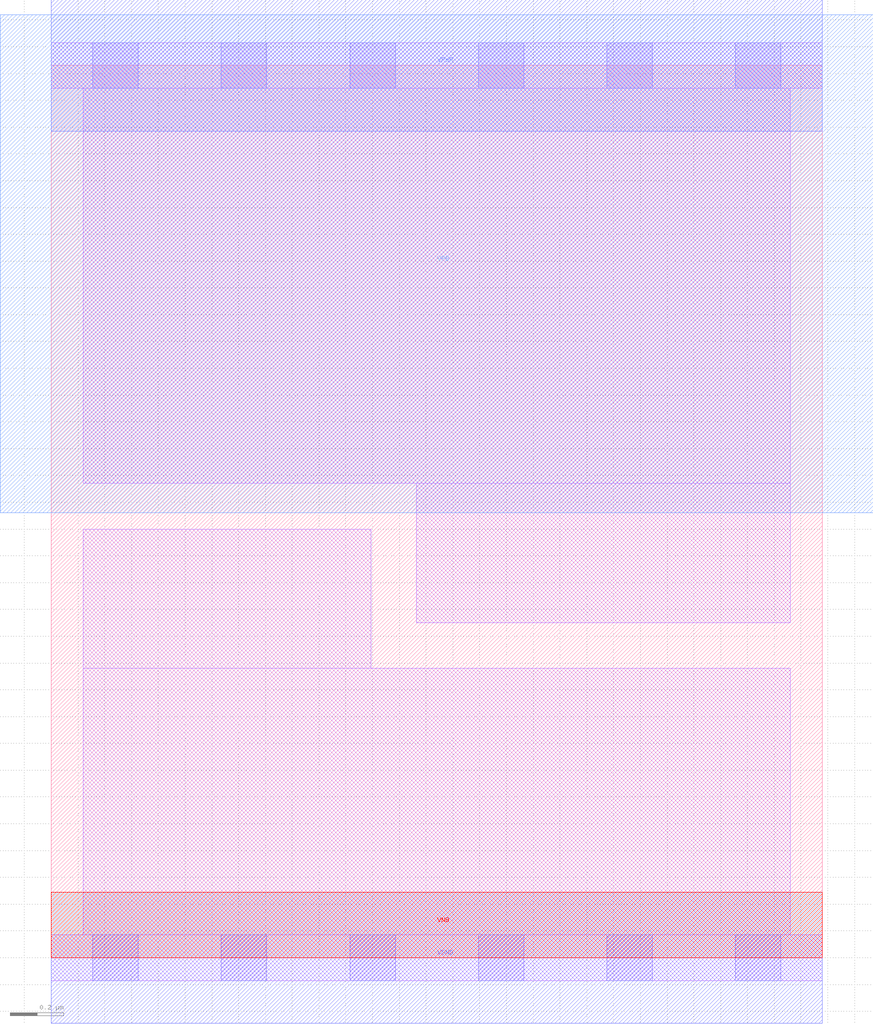
<source format=lef>
# Copyright 2020 The SkyWater PDK Authors
#
# Licensed under the Apache License, Version 2.0 (the "License");
# you may not use this file except in compliance with the License.
# You may obtain a copy of the License at
#
#     https://www.apache.org/licenses/LICENSE-2.0
#
# Unless required by applicable law or agreed to in writing, software
# distributed under the License is distributed on an "AS IS" BASIS,
# WITHOUT WARRANTIES OR CONDITIONS OF ANY KIND, either express or implied.
# See the License for the specific language governing permissions and
# limitations under the License.
#
# SPDX-License-Identifier: Apache-2.0

VERSION 5.7 ;
  NOWIREEXTENSIONATPIN ON ;
  DIVIDERCHAR "/" ;
  BUSBITCHARS "[]" ;
MACRO sky130_fd_sc_ls__decaphe_6
  CLASS CORE ;
  FOREIGN sky130_fd_sc_ls__decaphe_6 ;
  ORIGIN  0.000000  0.000000 ;
  SIZE  2.880000 BY  3.330000 ;
  SYMMETRY X Y R90 ;
  SITE unit ;
  PIN VNB
    PORT
      LAYER pwell ;
        RECT 0.000000 0.000000 2.880000 0.245000 ;
    END
  END VNB
  PIN VPB
    PORT
      LAYER nwell ;
        RECT -0.190000 1.660000 3.070000 3.520000 ;
    END
  END VPB
  PIN VGND
    DIRECTION INOUT ;
    SHAPE ABUTMENT ;
    USE GROUND ;
    PORT
      LAYER met1 ;
        RECT 0.000000 -0.245000 2.880000 0.245000 ;
    END
  END VGND
  PIN VPWR
    DIRECTION INOUT ;
    SHAPE ABUTMENT ;
    USE POWER ;
    PORT
      LAYER met1 ;
        RECT 0.000000 3.085000 2.880000 3.575000 ;
    END
  END VPWR
  OBS
    LAYER li1 ;
      RECT 0.000000 -0.085000 2.880000 0.085000 ;
      RECT 0.000000  3.245000 2.880000 3.415000 ;
      RECT 0.120000  0.085000 2.760000 1.080000 ;
      RECT 0.120000  1.080000 1.195000 1.600000 ;
      RECT 0.120000  1.770000 2.760000 3.245000 ;
      RECT 1.365000  1.250000 2.760000 1.770000 ;
    LAYER mcon ;
      RECT 0.155000 -0.085000 0.325000 0.085000 ;
      RECT 0.155000  3.245000 0.325000 3.415000 ;
      RECT 0.635000 -0.085000 0.805000 0.085000 ;
      RECT 0.635000  3.245000 0.805000 3.415000 ;
      RECT 1.115000 -0.085000 1.285000 0.085000 ;
      RECT 1.115000  3.245000 1.285000 3.415000 ;
      RECT 1.595000 -0.085000 1.765000 0.085000 ;
      RECT 1.595000  3.245000 1.765000 3.415000 ;
      RECT 2.075000 -0.085000 2.245000 0.085000 ;
      RECT 2.075000  3.245000 2.245000 3.415000 ;
      RECT 2.555000 -0.085000 2.725000 0.085000 ;
      RECT 2.555000  3.245000 2.725000 3.415000 ;
  END
END sky130_fd_sc_ls__decaphe_6
END LIBRARY

</source>
